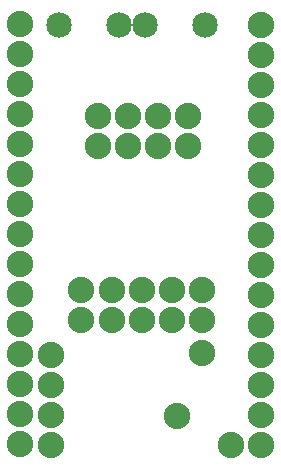
<source format=gts>
G04 MADE WITH FRITZING*
G04 WWW.FRITZING.ORG*
G04 DOUBLE SIDED*
G04 HOLES PLATED*
G04 CONTOUR ON CENTER OF CONTOUR VECTOR*
%ASAXBY*%
%FSLAX23Y23*%
%MOIN*%
%OFA0B0*%
%SFA1.0B1.0*%
%ADD10C,0.085000*%
%ADD11C,0.088000*%
%LNMASK1*%
G90*
G70*
G54D10*
X417Y1480D03*
X217Y1480D03*
X703Y1480D03*
X503Y1480D03*
G54D11*
X395Y494D03*
X495Y494D03*
X595Y494D03*
X695Y494D03*
X395Y494D03*
X495Y494D03*
X595Y494D03*
X695Y494D03*
X695Y594D03*
X595Y594D03*
X495Y594D03*
X395Y594D03*
X892Y80D03*
X892Y180D03*
X892Y280D03*
X892Y380D03*
X892Y480D03*
X892Y580D03*
X892Y680D03*
X892Y780D03*
X892Y880D03*
X892Y980D03*
X892Y1080D03*
X892Y1180D03*
X892Y1280D03*
X892Y1380D03*
X892Y1480D03*
X648Y1175D03*
X548Y1175D03*
X448Y1175D03*
X348Y1175D03*
X648Y1175D03*
X548Y1175D03*
X448Y1175D03*
X348Y1175D03*
X348Y1075D03*
X448Y1075D03*
X548Y1075D03*
X648Y1075D03*
X609Y175D03*
X695Y386D03*
X792Y80D03*
X192Y80D03*
X192Y180D03*
X192Y280D03*
X192Y380D03*
X290Y494D03*
X290Y594D03*
X87Y83D03*
X87Y183D03*
X87Y283D03*
X87Y383D03*
X87Y483D03*
X87Y583D03*
X87Y683D03*
X87Y783D03*
X87Y883D03*
X87Y983D03*
X87Y1083D03*
X87Y1183D03*
X87Y1283D03*
X87Y1383D03*
X87Y1483D03*
G04 End of Mask1*
M02*
</source>
